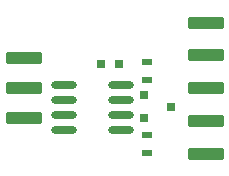
<source format=gtp>
G04*
G04 #@! TF.GenerationSoftware,Altium Limited,Altium Designer,24.4.1 (13)*
G04*
G04 Layer_Color=8421504*
%FSLAX25Y25*%
%MOIN*%
G70*
G04*
G04 #@! TF.SameCoordinates,3EEB7BDD-B038-4D3B-A9E7-BEF9E242D85C*
G04*
G04*
G04 #@! TF.FilePolarity,Positive*
G04*
G01*
G75*
%ADD14R,0.03543X0.02362*%
%ADD15R,0.03000X0.03000*%
G04:AMPARAMS|DCode=16|XSize=39.37mil|YSize=118.11mil|CornerRadius=4.92mil|HoleSize=0mil|Usage=FLASHONLY|Rotation=90.000|XOffset=0mil|YOffset=0mil|HoleType=Round|Shape=RoundedRectangle|*
%AMROUNDEDRECTD16*
21,1,0.03937,0.10827,0,0,90.0*
21,1,0.02953,0.11811,0,0,90.0*
1,1,0.00984,0.05413,0.01476*
1,1,0.00984,0.05413,-0.01476*
1,1,0.00984,-0.05413,-0.01476*
1,1,0.00984,-0.05413,0.01476*
%
%ADD16ROUNDEDRECTD16*%
%ADD17O,0.08661X0.02362*%
%ADD18R,0.03150X0.03150*%
D14*
X78937Y8366D02*
D03*
Y14272D02*
D03*
Y32776D02*
D03*
Y38681D02*
D03*
D15*
X77884Y20069D02*
D03*
Y27569D02*
D03*
X86884Y23819D02*
D03*
D16*
X98425Y51791D02*
D03*
Y8169D02*
D03*
Y19075D02*
D03*
Y29980D02*
D03*
Y40886D02*
D03*
X37795Y20020D02*
D03*
Y30020D02*
D03*
Y40020D02*
D03*
D17*
X70177Y16024D02*
D03*
Y21024D02*
D03*
Y26024D02*
D03*
Y31024D02*
D03*
X51279Y16024D02*
D03*
Y21024D02*
D03*
Y26024D02*
D03*
Y31024D02*
D03*
D18*
X69488Y37992D02*
D03*
X63583D02*
D03*
M02*

</source>
